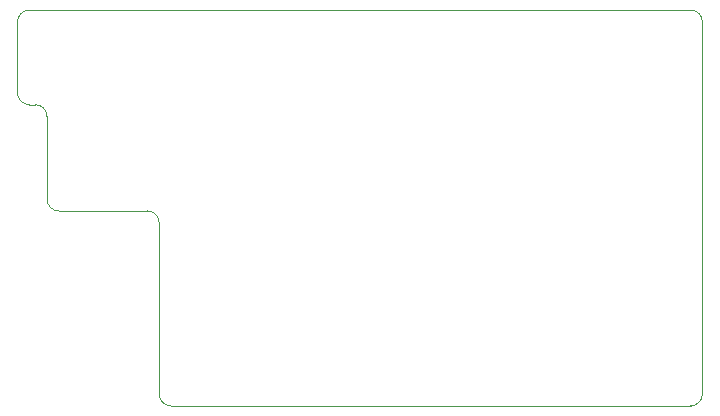
<source format=gbr>
%TF.GenerationSoftware,KiCad,Pcbnew,8.0.3*%
%TF.CreationDate,2024-07-21T00:31:23+02:00*%
%TF.ProjectId,ArmSoM_P2Pro_Interface,41726d53-6f4d-45f5-9032-50726f5f496e,rev?*%
%TF.SameCoordinates,Original*%
%TF.FileFunction,Profile,NP*%
%FSLAX46Y46*%
G04 Gerber Fmt 4.6, Leading zero omitted, Abs format (unit mm)*
G04 Created by KiCad (PCBNEW 8.0.3) date 2024-07-21 00:31:24*
%MOMM*%
%LPD*%
G01*
G04 APERTURE LIST*
%TA.AperFunction,Profile*%
%ADD10C,0.050000*%
%TD*%
G04 APERTURE END LIST*
D10*
X75500000Y-83000000D02*
X76000000Y-83000000D01*
X131500002Y-75000000D02*
X75500000Y-75000000D01*
X77000000Y-84000000D02*
X77000000Y-91000001D01*
X75500000Y-83000000D02*
G75*
G02*
X74500000Y-82000000I0J1000000D01*
G01*
X131500002Y-75000000D02*
G75*
G02*
X132500000Y-76000000I-2J-1000000D01*
G01*
X87499998Y-108500000D02*
G75*
G02*
X86500000Y-107500001I2J1000000D01*
G01*
X132500000Y-107500000D02*
X132500000Y-76000000D01*
X74500000Y-76000000D02*
G75*
G02*
X75500000Y-75000000I1000000J0D01*
G01*
X87500000Y-108500000D02*
X131500000Y-108500000D01*
X74500000Y-76000000D02*
X74500000Y-82000000D01*
X132500000Y-107500000D02*
G75*
G02*
X131500002Y-108500000I-1000000J0D01*
G01*
X86500000Y-93000000D02*
X86500000Y-107500001D01*
X76000002Y-83000000D02*
G75*
G02*
X76999998Y-84000000I-3J-999999D01*
G01*
X85500000Y-92000000D02*
G75*
G02*
X86500000Y-93000000I0J-1000000D01*
G01*
X77999998Y-92000000D02*
G75*
G02*
X77000000Y-91000001I2J1000000D01*
G01*
X77999998Y-92000000D02*
X85500000Y-92000000D01*
M02*

</source>
